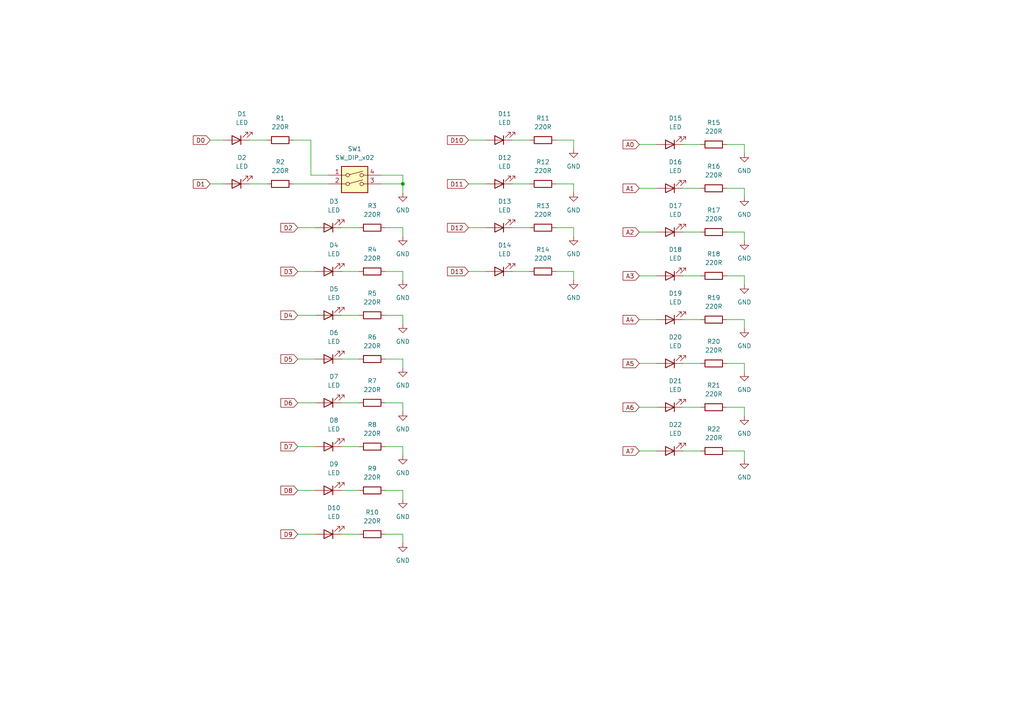
<source format=kicad_sch>
(kicad_sch (version 20211123) (generator eeschema)
  (paper "A4")
  (lib_symbols
    (symbol "Device:LED" (pin_numbers hide) (pin_names (offset 1.016) hide)
      (property "Reference" "D" (at 0 2.54 0))
      (property "Value" "LED" (at 0 -2.54 0))
      (symbol "LED_0_1"
        (polyline (pts (xy -1.27 -1.27) (xy -1.27 1.27)) (stroke (width 0.254)))
        (polyline (pts (xy -1.27 0) (xy 1.27 0)))
        (polyline (pts (xy 1.27 -1.27) (xy 1.27 1.27) (xy -1.27 0) (xy 1.27 -1.27)) (stroke (width 0.254)))
        (polyline (pts (xy -3.048 -0.762) (xy -4.572 -2.286) (xy -3.81 -2.286) (xy -4.572 -2.286) (xy -4.572 -1.524)))
        (polyline (pts (xy -1.778 -0.762) (xy -3.302 -2.286) (xy -2.54 -2.286) (xy -3.302 -2.286) (xy -3.302 -1.524)))
      )
      (symbol "LED_1_1"
        (pin passive line (at -3.81 0 0) (length 2.54) (name "K") (number "1"))
        (pin passive line (at 3.81 0 180) (length 2.54) (name "A") (number "2"))
      )
    )
    (symbol "Device:R" (pin_numbers hide) (pin_names (offset 0))
      (property "Reference" "R" (at 2.032 0 90))
      (property "Value" "R" (at 0 0 90))
      (symbol "R_0_1"
        (rectangle (start -1.016 -2.54) (end 1.016 2.54) (stroke (width 0.254)))
      )
      (symbol "R_1_1"
        (pin passive line (at 0 3.81 270) (length 1.27) (name "~") (number "1"))
        (pin passive line (at 0 -3.81 90) (length 1.27) (name "~") (number "2"))
      )
    )
    (symbol "Switch:SW_DIP_x02" (pin_names (offset 0) hide)
      (property "Reference" "SW" (at 0 6.35 0))
      (property "Value" "SW_DIP_x02" (at 0 -3.81 0))
      (symbol "SW_DIP_x02_0_0"
        (circle (center -2.032 0) (radius 0.508))
        (circle (center -2.032 2.54) (radius 0.508))
        (polyline (pts (xy -1.524 0.127) (xy 2.3622 1.1684)))
        (polyline (pts (xy -1.524 2.667) (xy 2.3622 3.7084)))
        (circle (center 2.032 0) (radius 0.508))
        (circle (center 2.032 2.54) (radius 0.508))
      )
      (symbol "SW_DIP_x02_0_1"
        (rectangle (start -3.81 5.08) (end 3.81 -2.54) (stroke (width 0.254)) (fill (type background)))
      )
      (symbol "SW_DIP_x02_1_1"
        (pin passive line (at -7.62 2.54 0) (length 5.08) (name "~") (number "1"))
        (pin passive line (at -7.62 0 0) (length 5.08) (name "~") (number "2"))
        (pin passive line (at 7.62 0 180) (length 5.08) (name "~") (number "3"))
        (pin passive line (at 7.62 2.54 180) (length 5.08) (name "~") (number "4"))
      )
    )
    (symbol "power:GND" (power) (pin_names (offset 0))
      (property "Value" "GND" (at 0 -3.81 0))
      (symbol "GND_0_1"
        (polyline (pts (xy 0 0) (xy 0 -1.27) (xy 1.27 -1.27) (xy 0 -2.54) (xy -1.27 -1.27) (xy 0 -1.27)))
      )
      (symbol "GND_1_1"
        (pin power_in line (at 0 0 270) (length 0) hide (name "GND") (number "1"))
      )
    )
  )
  (junction (at 116.84 53.34))
  (wire (pts (xy 86.36 66.04) (xy 91.44 66.04)))
  (wire (pts (xy 116.84 144.78) (xy 116.84 142.24)))
  (wire (pts (xy 116.84 104.14) (xy 111.76 104.14)))
  (wire (pts (xy 86.36 142.24) (xy 91.44 142.24)))
  (wire (pts (xy 135.89 53.34) (xy 140.97 53.34)))
  (wire (pts (xy 99.06 91.44) (xy 104.14 91.44)))
  (wire (pts (xy 215.9 57.15) (xy 215.9 54.61)))
  (wire (pts (xy 116.84 119.38) (xy 116.84 116.84)))
  (wire (pts (xy 99.06 66.04) (xy 104.14 66.04)))
  (wire (pts (xy 148.59 53.34) (xy 153.67 53.34)))
  (wire (pts (xy 215.9 67.31) (xy 210.82 67.31)))
  (wire (pts (xy 85.09 53.34) (xy 95.25 53.34)))
  (wire (pts (xy 110.49 50.8) (xy 116.84 50.8)))
  (wire (pts (xy 116.84 78.74) (xy 111.76 78.74)))
  (wire (pts (xy 135.89 40.64) (xy 140.97 40.64)))
  (wire (pts (xy 198.12 41.91) (xy 203.2 41.91)))
  (wire (pts (xy 99.06 104.14) (xy 104.14 104.14)))
  (wire (pts (xy 116.84 106.68) (xy 116.84 104.14)))
  (wire (pts (xy 185.42 41.91) (xy 190.5 41.91)))
  (wire (pts (xy 116.84 116.84) (xy 111.76 116.84)))
  (wire (pts (xy 166.37 55.88) (xy 166.37 53.34)))
  (wire (pts (xy 198.12 80.01) (xy 203.2 80.01)))
  (wire (pts (xy 95.25 50.8) (xy 90.17 50.8)))
  (wire (pts (xy 135.89 66.04) (xy 140.97 66.04)))
  (wire (pts (xy 166.37 40.64) (xy 161.29 40.64)))
  (wire (pts (xy 60.96 53.34) (xy 64.77 53.34)))
  (wire (pts (xy 185.42 105.41) (xy 190.5 105.41)))
  (wire (pts (xy 116.84 81.28) (xy 116.84 78.74)))
  (wire (pts (xy 60.96 40.64) (xy 64.77 40.64)))
  (wire (pts (xy 166.37 78.74) (xy 161.29 78.74)))
  (wire (pts (xy 86.36 78.74) (xy 91.44 78.74)))
  (wire (pts (xy 198.12 130.81) (xy 203.2 130.81)))
  (wire (pts (xy 148.59 40.64) (xy 153.67 40.64)))
  (wire (pts (xy 215.9 107.95) (xy 215.9 105.41)))
  (wire (pts (xy 116.84 154.94) (xy 111.76 154.94)))
  (wire (pts (xy 99.06 129.54) (xy 104.14 129.54)))
  (wire (pts (xy 99.06 154.94) (xy 104.14 154.94)))
  (wire (pts (xy 215.9 82.55) (xy 215.9 80.01)))
  (wire (pts (xy 198.12 54.61) (xy 203.2 54.61)))
  (wire (pts (xy 198.12 105.41) (xy 203.2 105.41)))
  (wire (pts (xy 99.06 78.74) (xy 104.14 78.74)))
  (wire (pts (xy 198.12 67.31) (xy 203.2 67.31)))
  (wire (pts (xy 185.42 54.61) (xy 190.5 54.61)))
  (wire (pts (xy 215.9 41.91) (xy 210.82 41.91)))
  (wire (pts (xy 116.84 91.44) (xy 111.76 91.44)))
  (wire (pts (xy 215.9 80.01) (xy 210.82 80.01)))
  (wire (pts (xy 215.9 92.71) (xy 210.82 92.71)))
  (wire (pts (xy 85.09 40.64) (xy 90.17 40.64)))
  (wire (pts (xy 215.9 95.25) (xy 215.9 92.71)))
  (wire (pts (xy 86.36 104.14) (xy 91.44 104.14)))
  (wire (pts (xy 86.36 129.54) (xy 91.44 129.54)))
  (wire (pts (xy 110.49 53.34) (xy 116.84 53.34)))
  (wire (pts (xy 86.36 116.84) (xy 91.44 116.84)))
  (wire (pts (xy 116.84 132.08) (xy 116.84 129.54)))
  (wire (pts (xy 90.17 40.64) (xy 90.17 50.8)))
  (wire (pts (xy 215.9 118.11) (xy 210.82 118.11)))
  (wire (pts (xy 185.42 118.11) (xy 190.5 118.11)))
  (wire (pts (xy 116.84 157.48) (xy 116.84 154.94)))
  (wire (pts (xy 166.37 43.18) (xy 166.37 40.64)))
  (wire (pts (xy 99.06 116.84) (xy 104.14 116.84)))
  (wire (pts (xy 116.84 129.54) (xy 111.76 129.54)))
  (wire (pts (xy 185.42 67.31) (xy 190.5 67.31)))
  (wire (pts (xy 185.42 80.01) (xy 190.5 80.01)))
  (wire (pts (xy 198.12 92.71) (xy 203.2 92.71)))
  (wire (pts (xy 116.84 50.8) (xy 116.84 53.34)))
  (wire (pts (xy 215.9 130.81) (xy 210.82 130.81)))
  (wire (pts (xy 116.84 142.24) (xy 111.76 142.24)))
  (wire (pts (xy 72.39 40.64) (xy 77.47 40.64)))
  (wire (pts (xy 72.39 53.34) (xy 77.47 53.34)))
  (wire (pts (xy 116.84 68.58) (xy 116.84 66.04)))
  (wire (pts (xy 166.37 68.58) (xy 166.37 66.04)))
  (wire (pts (xy 215.9 44.45) (xy 215.9 41.91)))
  (wire (pts (xy 215.9 54.61) (xy 210.82 54.61)))
  (wire (pts (xy 215.9 69.85) (xy 215.9 67.31)))
  (wire (pts (xy 198.12 118.11) (xy 203.2 118.11)))
  (wire (pts (xy 148.59 78.74) (xy 153.67 78.74)))
  (wire (pts (xy 215.9 133.35) (xy 215.9 130.81)))
  (wire (pts (xy 185.42 130.81) (xy 190.5 130.81)))
  (wire (pts (xy 148.59 66.04) (xy 153.67 66.04)))
  (wire (pts (xy 166.37 53.34) (xy 161.29 53.34)))
  (wire (pts (xy 215.9 105.41) (xy 210.82 105.41)))
  (wire (pts (xy 86.36 91.44) (xy 91.44 91.44)))
  (wire (pts (xy 215.9 120.65) (xy 215.9 118.11)))
  (wire (pts (xy 135.89 78.74) (xy 140.97 78.74)))
  (wire (pts (xy 166.37 81.28) (xy 166.37 78.74)))
  (wire (pts (xy 185.42 92.71) (xy 190.5 92.71)))
  (wire (pts (xy 86.36 154.94) (xy 91.44 154.94)))
  (wire (pts (xy 99.06 142.24) (xy 104.14 142.24)))
  (wire (pts (xy 116.84 55.88) (xy 116.84 53.34)))
  (wire (pts (xy 166.37 66.04) (xy 161.29 66.04)))
  (wire (pts (xy 116.84 93.98) (xy 116.84 91.44)))
  (wire (pts (xy 116.84 66.04) (xy 111.76 66.04)))
  (global_label "D5" (shape input) (at 86.36 104.14 180) (property "Intersheet References" "${INTERSHEET_REFS}" (effects hide)))
  (global_label "D8" (shape input) (at 86.36 142.24 180) (property "Intersheet References" "${INTERSHEET_REFS}" (effects hide)))
  (global_label "A3" (shape input) (at 185.42 80.01 180) (property "Intersheet References" "${INTERSHEET_REFS}" (effects hide)))
  (global_label "A2" (shape input) (at 185.42 67.31 180) (property "Intersheet References" "${INTERSHEET_REFS}" (effects hide)))
  (global_label "D2" (shape input) (at 86.36 66.04 180) (property "Intersheet References" "${INTERSHEET_REFS}" (effects hide)))
  (global_label "A4" (shape input) (at 185.42 92.71 180) (property "Intersheet References" "${INTERSHEET_REFS}" (effects hide)))
  (global_label "D9" (shape input) (at 86.36 154.94 180) (property "Intersheet References" "${INTERSHEET_REFS}" (effects hide)))
  (global_label "D0" (shape input) (at 60.96 40.64 180) (property "Intersheet References" "${INTERSHEET_REFS}" (effects hide)))
  (global_label "D13" (shape input) (at 135.89 78.74 180) (property "Intersheet References" "${INTERSHEET_REFS}" (effects hide)))
  (global_label "A0" (shape input) (at 185.42 41.91 180) (property "Intersheet References" "${INTERSHEET_REFS}" (effects hide)))
  (global_label "A5" (shape input) (at 185.42 105.41 180) (property "Intersheet References" "${INTERSHEET_REFS}" (effects hide)))
  (global_label "D6" (shape input) (at 86.36 116.84 180) (property "Intersheet References" "${INTERSHEET_REFS}" (effects hide)))
  (global_label "D10" (shape input) (at 135.89 40.64 180) (property "Intersheet References" "${INTERSHEET_REFS}" (effects hide)))
  (global_label "A6" (shape input) (at 185.42 118.11 180) (property "Intersheet References" "${INTERSHEET_REFS}" (effects hide)))
  (global_label "D11" (shape input) (at 135.89 53.34 180) (property "Intersheet References" "${INTERSHEET_REFS}" (effects hide)))
  (global_label "A7" (shape input) (at 185.42 130.81 180) (property "Intersheet References" "${INTERSHEET_REFS}" (effects hide)))
  (global_label "D3" (shape input) (at 86.36 78.74 180) (property "Intersheet References" "${INTERSHEET_REFS}" (effects hide)))
  (global_label "D12" (shape input) (at 135.89 66.04 180) (property "Intersheet References" "${INTERSHEET_REFS}" (effects hide)))
  (global_label "A1" (shape input) (at 185.42 54.61 180) (property "Intersheet References" "${INTERSHEET_REFS}" (effects hide)))
  (global_label "D4" (shape input) (at 86.36 91.44 180) (property "Intersheet References" "${INTERSHEET_REFS}" (effects hide)))
  (global_label "D7" (shape input) (at 86.36 129.54 180) (property "Intersheet References" "${INTERSHEET_REFS}" (effects hide)))
  (global_label "D1" (shape input) (at 60.96 53.34 180) (property "Intersheet References" "${INTERSHEET_REFS}" (effects hide)))
  (symbol (lib_id "Device:LED") (at 95.25 78.74 180) (unit 1)
    (property "Reference" "D4" (at 96.8375 71.12 0))
    (property "Value" "LED" (at 96.8375 73.66 0))
    (property "Footprint" "LED_SMD:LED_1206_3216Metric_Pad1.42x1.75mm_HandSolder" (effects hide))
  )
  (symbol (lib_id "Device:LED") (at 144.78 40.64 180) (unit 1)
    (property "Reference" "D11" (at 146.3675 33.02 0))
    (property "Value" "LED" (at 146.3675 35.56 0))
    (property "Footprint" "LED_SMD:LED_1206_3216Metric_Pad1.42x1.75mm_HandSolder" (effects hide))
  )
  (symbol (lib_id "power:GND") (at 166.37 81.28 0) (unit 1)
    (property "Reference" "#PWR0121" (effects hide))
    (property "Value" "GND" (at 166.37 86.36 0))
  )
  (symbol (lib_id "power:GND") (at 166.37 43.18 0) (unit 1)
    (property "Reference" "#PWR0128" (effects hide))
    (property "Value" "GND" (at 166.37 48.26 0))
  )
  (symbol (lib_id "Device:LED") (at 95.25 104.14 180) (unit 1)
    (property "Reference" "D6" (at 96.8375 96.52 0))
    (property "Value" "LED" (at 96.8375 99.06 0))
    (property "Footprint" "LED_SMD:LED_1206_3216Metric_Pad1.42x1.75mm_HandSolder" (effects hide))
  )
  (symbol (lib_id "Device:R") (at 157.48 40.64 90) (unit 1)
    (property "Reference" "R11" (at 157.48 34.29 90))
    (property "Value" "220R" (at 157.48 36.83 90))
    (property "Footprint" "Resistor_SMD:R_1206_3216Metric_Pad1.30x1.75mm_HandSolder" (effects hide))
  )
  (symbol (lib_id "Device:R") (at 157.48 66.04 90) (unit 1)
    (property "Reference" "R13" (at 157.48 59.69 90))
    (property "Value" "220R" (at 157.48 62.23 90))
    (property "Footprint" "Resistor_SMD:R_1206_3216Metric_Pad1.30x1.75mm_HandSolder" (effects hide))
  )
  (symbol (lib_id "Device:R") (at 207.01 54.61 90) (unit 1)
    (property "Reference" "R16" (at 207.01 48.26 90))
    (property "Value" "220R" (at 207.01 50.8 90))
    (property "Footprint" "Resistor_SMD:R_1206_3216Metric_Pad1.30x1.75mm_HandSolder" (effects hide))
  )
  (symbol (lib_id "Device:LED") (at 95.25 116.84 180) (unit 1)
    (property "Reference" "D7" (at 96.8375 109.22 0))
    (property "Value" "LED" (at 96.8375 111.76 0))
    (property "Footprint" "LED_SMD:LED_1206_3216Metric_Pad1.42x1.75mm_HandSolder" (effects hide))
  )
  (symbol (lib_id "Device:LED") (at 194.31 54.61 180) (unit 1)
    (property "Reference" "D16" (at 195.8975 46.99 0))
    (property "Value" "LED" (at 195.8975 49.53 0))
    (property "Footprint" "LED_SMD:LED_1206_3216Metric_Pad1.42x1.75mm_HandSolder" (effects hide))
  )
  (symbol (lib_id "Device:LED") (at 144.78 53.34 180) (unit 1)
    (property "Reference" "D12" (at 146.3675 45.72 0))
    (property "Value" "LED" (at 146.3675 48.26 0))
    (property "Footprint" "LED_SMD:LED_1206_3216Metric_Pad1.42x1.75mm_HandSolder" (effects hide))
  )
  (symbol (lib_id "power:GND") (at 116.84 68.58 0) (unit 1)
    (property "Reference" "#PWR0116" (effects hide))
    (property "Value" "GND" (at 116.84 73.66 0))
  )
  (symbol (lib_id "Device:LED") (at 194.31 92.71 180) (unit 1)
    (property "Reference" "D19" (at 195.8975 85.09 0))
    (property "Value" "LED" (at 195.8975 87.63 0))
    (property "Footprint" "LED_SMD:LED_1206_3216Metric_Pad1.42x1.75mm_HandSolder" (effects hide))
  )
  (symbol (lib_id "power:GND") (at 116.84 106.68 0) (unit 1)
    (property "Reference" "#PWR0134" (effects hide))
    (property "Value" "GND" (at 116.84 111.76 0))
  )
  (symbol (lib_id "Device:LED") (at 95.25 142.24 180) (unit 1)
    (property "Reference" "D9" (at 96.8375 134.62 0))
    (property "Value" "LED" (at 96.8375 137.16 0))
    (property "Footprint" "LED_SMD:LED_1206_3216Metric_Pad1.42x1.75mm_HandSolder" (effects hide))
  )
  (symbol (lib_id "power:GND") (at 116.84 157.48 0) (unit 1)
    (property "Reference" "#PWR0130" (effects hide))
    (property "Value" "GND" (at 116.84 162.56 0))
  )
  (symbol (lib_id "Device:LED") (at 194.31 67.31 180) (unit 1)
    (property "Reference" "D17" (at 195.8975 59.69 0))
    (property "Value" "LED" (at 195.8975 62.23 0))
    (property "Footprint" "LED_SMD:LED_1206_3216Metric_Pad1.42x1.75mm_HandSolder" (effects hide))
  )
  (symbol (lib_id "Device:LED") (at 194.31 118.11 180) (unit 1)
    (property "Reference" "D21" (at 195.8975 110.49 0))
    (property "Value" "LED" (at 195.8975 113.03 0))
    (property "Footprint" "LED_SMD:LED_1206_3216Metric_Pad1.42x1.75mm_HandSolder" (effects hide))
  )
  (symbol (lib_id "Device:LED") (at 95.25 66.04 180) (unit 1)
    (property "Reference" "D3" (at 96.8375 58.42 0))
    (property "Value" "LED" (at 96.8375 60.96 0))
    (property "Footprint" "LED_SMD:LED_1206_3216Metric_Pad1.42x1.75mm_HandSolder" (effects hide))
  )
  (symbol (lib_id "Device:LED") (at 95.25 91.44 180) (unit 1)
    (property "Reference" "D5" (at 96.8375 83.82 0))
    (property "Value" "LED" (at 96.8375 86.36 0))
    (property "Footprint" "LED_SMD:LED_1206_3216Metric_Pad1.42x1.75mm_HandSolder" (effects hide))
  )
  (symbol (lib_id "power:GND") (at 215.9 95.25 0) (unit 1)
    (property "Reference" "#PWR0115" (effects hide))
    (property "Value" "GND" (at 215.9 100.33 0))
  )
  (symbol (lib_id "Device:LED") (at 194.31 41.91 180) (unit 1)
    (property "Reference" "D15" (at 195.8975 34.29 0))
    (property "Value" "LED" (at 195.8975 36.83 0))
    (property "Footprint" "LED_SMD:LED_1206_3216Metric_Pad1.42x1.75mm_HandSolder" (effects hide))
  )
  (symbol (lib_id "Device:R") (at 157.48 53.34 90) (unit 1)
    (property "Reference" "R12" (at 157.48 46.99 90))
    (property "Value" "220R" (at 157.48 49.53 90))
    (property "Footprint" "Resistor_SMD:R_1206_3216Metric_Pad1.30x1.75mm_HandSolder" (effects hide))
  )
  (symbol (lib_id "power:GND") (at 166.37 55.88 0) (unit 1)
    (property "Reference" "#PWR0119" (effects hide))
    (property "Value" "GND" (at 166.37 60.96 0))
  )
  (symbol (lib_id "Device:R") (at 107.95 91.44 90) (unit 1)
    (property "Reference" "R5" (at 107.95 85.09 90))
    (property "Value" "220R" (at 107.95 87.63 90))
    (property "Footprint" "Resistor_SMD:R_1206_3216Metric_Pad1.30x1.75mm_HandSolder" (effects hide))
  )
  (symbol (lib_id "Device:R") (at 207.01 118.11 90) (unit 1)
    (property "Reference" "R21" (at 207.01 111.76 90))
    (property "Value" "220R" (at 207.01 114.3 90))
    (property "Footprint" "Resistor_SMD:R_1206_3216Metric_Pad1.30x1.75mm_HandSolder" (effects hide))
  )
  (symbol (lib_id "Device:LED") (at 194.31 130.81 180) (unit 1)
    (property "Reference" "D22" (at 195.8975 123.19 0))
    (property "Value" "LED" (at 195.8975 125.73 0))
    (property "Footprint" "LED_SMD:LED_1206_3216Metric_Pad1.42x1.75mm_HandSolder" (effects hide))
  )
  (symbol (lib_id "Device:LED") (at 95.25 129.54 180) (unit 1)
    (property "Reference" "D8" (at 96.8375 121.92 0))
    (property "Value" "LED" (at 96.8375 124.46 0))
    (property "Footprint" "LED_SMD:LED_1206_3216Metric_Pad1.42x1.75mm_HandSolder" (effects hide))
  )
  (symbol (lib_id "Device:R") (at 81.28 40.64 90) (unit 1)
    (property "Reference" "R1" (at 81.28 34.29 90))
    (property "Value" "220R" (at 81.28 36.83 90))
    (property "Footprint" "Resistor_SMD:R_1206_3216Metric_Pad1.30x1.75mm_HandSolder" (effects hide))
  )
  (symbol (lib_id "Device:R") (at 107.95 116.84 90) (unit 1)
    (property "Reference" "R7" (at 107.95 110.49 90))
    (property "Value" "220R" (at 107.95 113.03 90))
    (property "Footprint" "Resistor_SMD:R_1206_3216Metric_Pad1.30x1.75mm_HandSolder" (effects hide))
  )
  (symbol (lib_id "Device:LED") (at 95.25 154.94 180) (unit 1)
    (property "Reference" "D10" (at 96.8375 147.32 0))
    (property "Value" "LED" (at 96.8375 149.86 0))
    (property "Footprint" "LED_SMD:LED_1206_3216Metric_Pad1.42x1.75mm_HandSolder" (effects hide))
  )
  (symbol (lib_id "Device:R") (at 107.95 129.54 90) (unit 1)
    (property "Reference" "R8" (at 107.95 123.19 90))
    (property "Value" "220R" (at 107.95 125.73 90))
    (property "Footprint" "Resistor_SMD:R_1206_3216Metric_Pad1.30x1.75mm_HandSolder" (effects hide))
  )
  (symbol (lib_id "Device:R") (at 207.01 41.91 90) (unit 1)
    (property "Reference" "R15" (at 207.01 35.56 90))
    (property "Value" "220R" (at 207.01 38.1 90))
    (property "Footprint" "Resistor_SMD:R_1206_3216Metric_Pad1.30x1.75mm_HandSolder" (effects hide))
  )
  (symbol (lib_id "Device:R") (at 107.95 66.04 90) (unit 1)
    (property "Reference" "R3" (at 107.95 59.69 90))
    (property "Value" "220R" (at 107.95 62.23 90))
    (property "Footprint" "Resistor_SMD:R_1206_3216Metric_Pad1.30x1.75mm_HandSolder" (effects hide))
  )
  (symbol (lib_id "power:GND") (at 215.9 82.55 0) (unit 1)
    (property "Reference" "#PWR0110" (effects hide))
    (property "Value" "GND" (at 215.9 87.63 0))
  )
  (symbol (lib_id "power:GND") (at 215.9 107.95 0) (unit 1)
    (property "Reference" "#PWR0112" (effects hide))
    (property "Value" "GND" (at 215.9 113.03 0))
  )
  (symbol (lib_id "Device:LED") (at 68.58 40.64 180) (unit 1)
    (property "Reference" "D1" (at 70.1675 33.02 0))
    (property "Value" "LED" (at 70.1675 35.56 0))
    (property "Footprint" "LED_SMD:LED_1206_3216Metric_Pad1.42x1.75mm_HandSolder" (effects hide))
  )
  (symbol (lib_id "power:GND") (at 116.84 119.38 0) (unit 1)
    (property "Reference" "#PWR0132" (effects hide))
    (property "Value" "GND" (at 116.84 124.46 0))
  )
  (symbol (lib_id "Device:LED") (at 194.31 105.41 180) (unit 1)
    (property "Reference" "D20" (at 195.8975 97.79 0))
    (property "Value" "LED" (at 195.8975 100.33 0))
    (property "Footprint" "LED_SMD:LED_1206_3216Metric_Pad1.42x1.75mm_HandSolder" (effects hide))
  )
  (symbol (lib_id "Device:R") (at 107.95 154.94 90) (unit 1)
    (property "Reference" "R10" (at 107.95 148.59 90))
    (property "Value" "220R" (at 107.95 151.13 90))
    (property "Footprint" "Resistor_SMD:R_1206_3216Metric_Pad1.30x1.75mm_HandSolder" (effects hide))
  )
  (symbol (lib_id "power:GND") (at 215.9 120.65 0) (unit 1)
    (property "Reference" "#PWR0113" (effects hide))
    (property "Value" "GND" (at 215.9 125.73 0))
  )
  (symbol (lib_id "power:GND") (at 116.84 144.78 0) (unit 1)
    (property "Reference" "#PWR0131" (effects hide))
    (property "Value" "GND" (at 116.84 149.86 0))
  )
  (symbol (lib_id "Device:R") (at 107.95 78.74 90) (unit 1)
    (property "Reference" "R4" (at 107.95 72.39 90))
    (property "Value" "220R" (at 107.95 74.93 90))
    (property "Footprint" "Resistor_SMD:R_1206_3216Metric_Pad1.30x1.75mm_HandSolder" (effects hide))
  )
  (symbol (lib_id "Device:R") (at 207.01 105.41 90) (unit 1)
    (property "Reference" "R20" (at 207.01 99.06 90))
    (property "Value" "220R" (at 207.01 101.6 90))
    (property "Footprint" "Resistor_SMD:R_1206_3216Metric_Pad1.30x1.75mm_HandSolder" (effects hide))
  )
  (symbol (lib_id "power:GND") (at 116.84 93.98 0) (unit 1)
    (property "Reference" "#PWR0133" (effects hide))
    (property "Value" "GND" (at 116.84 99.06 0))
  )
  (symbol (lib_id "Device:LED") (at 144.78 78.74 180) (unit 1)
    (property "Reference" "D14" (at 146.3675 71.12 0))
    (property "Value" "LED" (at 146.3675 73.66 0))
    (property "Footprint" "LED_SMD:LED_1206_3216Metric_Pad1.42x1.75mm_HandSolder" (effects hide))
  )
  (symbol (lib_id "Device:LED") (at 68.58 53.34 180) (unit 1)
    (property "Reference" "D2" (at 70.1675 45.72 0))
    (property "Value" "LED" (at 70.1675 48.26 0))
    (property "Footprint" "LED_SMD:LED_1206_3216Metric_Pad1.42x1.75mm_HandSolder" (effects hide))
  )
  (symbol (lib_id "power:GND") (at 116.84 132.08 0) (unit 1)
    (property "Reference" "#PWR0129" (effects hide))
    (property "Value" "GND" (at 116.84 137.16 0))
  )
  (symbol (lib_id "power:GND") (at 215.9 133.35 0) (unit 1)
    (property "Reference" "#PWR0114" (effects hide))
    (property "Value" "GND" (at 215.9 138.43 0))
  )
  (symbol (lib_id "Device:R") (at 207.01 80.01 90) (unit 1)
    (property "Reference" "R18" (at 207.01 73.66 90))
    (property "Value" "220R" (at 207.01 76.2 90))
    (property "Footprint" "Resistor_SMD:R_1206_3216Metric_Pad1.30x1.75mm_HandSolder" (effects hide))
  )
  (symbol (lib_id "power:GND") (at 215.9 69.85 0) (unit 1)
    (property "Reference" "#PWR0111" (effects hide))
    (property "Value" "GND" (at 215.9 74.93 0))
  )
  (symbol (lib_id "Device:R") (at 107.95 104.14 90) (unit 1)
    (property "Reference" "R6" (at 107.95 97.79 90))
    (property "Value" "220R" (at 107.95 100.33 90))
    (property "Footprint" "Resistor_SMD:R_1206_3216Metric_Pad1.30x1.75mm_HandSolder" (effects hide))
  )
  (symbol (lib_id "Device:LED") (at 144.78 66.04 180) (unit 1)
    (property "Reference" "D13" (at 146.3675 58.42 0))
    (property "Value" "LED" (at 146.3675 60.96 0))
    (property "Footprint" "LED_SMD:LED_1206_3216Metric_Pad1.42x1.75mm_HandSolder" (effects hide))
  )
  (symbol (lib_id "Device:R") (at 81.28 53.34 90) (unit 1)
    (property "Reference" "R2" (at 81.28 46.99 90))
    (property "Value" "220R" (at 81.28 49.53 90))
    (property "Footprint" "Resistor_SMD:R_1206_3216Metric_Pad1.30x1.75mm_HandSolder" (effects hide))
  )
  (symbol (lib_id "power:GND") (at 215.9 57.15 0) (unit 1)
    (property "Reference" "#PWR0109" (effects hide))
    (property "Value" "GND" (at 215.9 62.23 0))
  )
  (symbol (lib_id "Device:R") (at 207.01 67.31 90) (unit 1)
    (property "Reference" "R17" (at 207.01 60.96 90))
    (property "Value" "220R" (at 207.01 63.5 90))
    (property "Footprint" "Resistor_SMD:R_1206_3216Metric_Pad1.30x1.75mm_HandSolder" (effects hide))
  )
  (symbol (lib_id "power:GND") (at 215.9 44.45 0) (unit 1)
    (property "Reference" "#PWR0108" (effects hide))
    (property "Value" "GND" (at 215.9 49.53 0))
  )
  (symbol (lib_id "power:GND") (at 116.84 81.28 0) (unit 1)
    (property "Reference" "#PWR0117" (effects hide))
    (property "Value" "GND" (at 116.84 86.36 0))
  )
  (symbol (lib_id "power:GND") (at 116.84 55.88 0) (unit 1)
    (property "Reference" "#PWR0118" (effects hide))
    (property "Value" "GND" (at 116.84 60.96 0))
  )
  (symbol (lib_id "Device:LED") (at 194.31 80.01 180) (unit 1)
    (property "Reference" "D18" (at 195.8975 72.39 0))
    (property "Value" "LED" (at 195.8975 74.93 0))
    (property "Footprint" "LED_SMD:LED_1206_3216Metric_Pad1.42x1.75mm_HandSolder" (effects hide))
  )
  (symbol (lib_id "Device:R") (at 157.48 78.74 90) (unit 1)
    (property "Reference" "R14" (at 157.48 72.39 90))
    (property "Value" "220R" (at 157.48 74.93 90))
    (property "Footprint" "Resistor_SMD:R_1206_3216Metric_Pad1.30x1.75mm_HandSolder" (effects hide))
  )
  (symbol (lib_id "Device:R") (at 107.95 142.24 90) (unit 1)
    (property "Reference" "R9" (at 107.95 135.89 90))
    (property "Value" "220R" (at 107.95 138.43 90))
    (property "Footprint" "Resistor_SMD:R_1206_3216Metric_Pad1.30x1.75mm_HandSolder" (effects hide))
  )
  (symbol (lib_id "Switch:SW_DIP_x02") (at 102.87 53.34 0) (unit 1)
    (property "Reference" "SW1" (at 102.87 43.18 0))
    (property "Value" "SW_DIP_x02" (at 102.87 45.72 0))
    (property "Footprint" "Button_Switch_THT:SW_DIP_SPSTx02_Slide_6.7x6.64mm_W7.62mm_P2.54mm_LowProfile" (effects hide))
  )
  (symbol (lib_id "Device:R") (at 207.01 92.71 90) (unit 1)
    (property "Reference" "R19" (at 207.01 86.36 90))
    (property "Value" "220R" (at 207.01 88.9 90))
    (property "Footprint" "Resistor_SMD:R_1206_3216Metric_Pad1.30x1.75mm_HandSolder" (effects hide))
  )
  (symbol (lib_id "Device:R") (at 207.01 130.81 90) (unit 1)
    (property "Reference" "R22" (at 207.01 124.46 90))
    (property "Value" "220R" (at 207.01 127 90))
    (property "Footprint" "Resistor_SMD:R_1206_3216Metric_Pad1.30x1.75mm_HandSolder" (effects hide))
  )
  (symbol (lib_id "power:GND") (at 166.37 68.58 0) (unit 1)
    (property "Reference" "#PWR0122" (effects hide))
    (property "Value" "GND" (at 166.37 73.66 0))
  )
)
</source>
